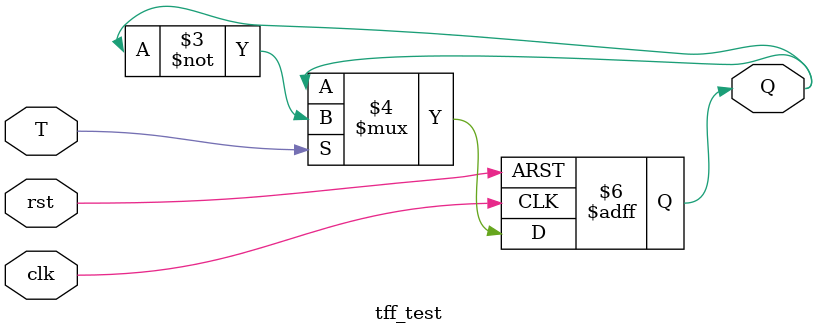
<source format=v>
`timescale 1ns / 1ps


module tff_test(clk,rst,T,Q);
input clk, rst, T;
output reg Q;

always @(posedge clk or negedge rst) begin
if(!rst)
    Q<=1'b0;
else if(T)
    Q<=~Q;    

end

endmodule
</source>
